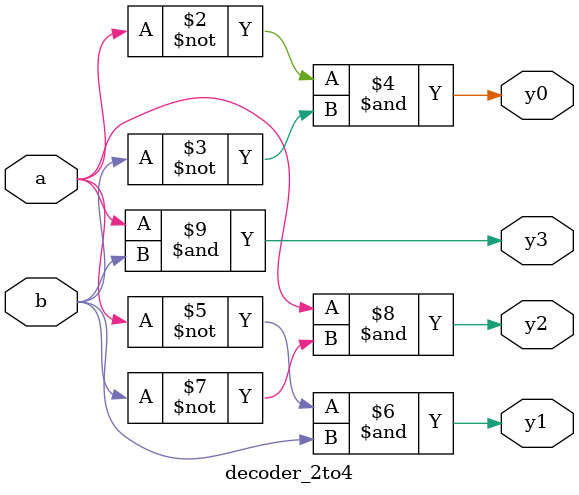
<source format=v>
module decoder_2to4 (
    input a,b,
    output reg y0, y1, y2, y3
);
    always @(*) begin
        y0 = ~a & ~b;
        y1 = ~a & b;
        y2 = a & ~b;
        y3 = a & b;
    end
endmodule
</source>
